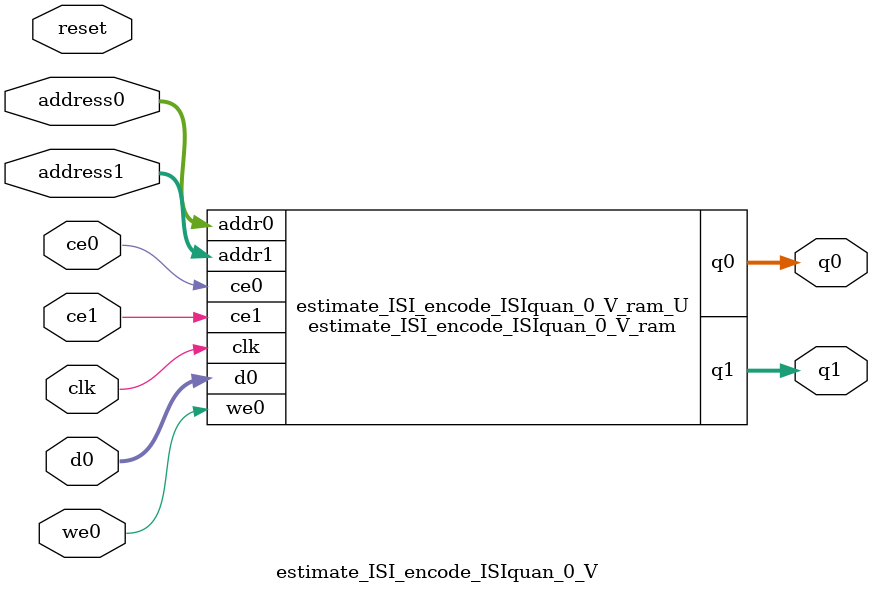
<source format=v>
`timescale 1 ns / 1 ps
module estimate_ISI_encode_ISIquan_0_V_ram (addr0, ce0, d0, we0, q0, addr1, ce1, q1,  clk);

parameter DWIDTH = 4;
parameter AWIDTH = 3;
parameter MEM_SIZE = 8;

input[AWIDTH-1:0] addr0;
input ce0;
input[DWIDTH-1:0] d0;
input we0;
output reg[DWIDTH-1:0] q0;
input[AWIDTH-1:0] addr1;
input ce1;
output reg[DWIDTH-1:0] q1;
input clk;

(* ram_style = "distributed" *)reg [DWIDTH-1:0] ram[0:MEM_SIZE-1];




always @(posedge clk)  
begin 
    if (ce0) 
    begin
        if (we0) 
        begin 
            ram[addr0] <= d0; 
        end 
        q0 <= ram[addr0];
    end
end


always @(posedge clk)  
begin 
    if (ce1) 
    begin
        q1 <= ram[addr1];
    end
end


endmodule

`timescale 1 ns / 1 ps
module estimate_ISI_encode_ISIquan_0_V(
    reset,
    clk,
    address0,
    ce0,
    we0,
    d0,
    q0,
    address1,
    ce1,
    q1);

parameter DataWidth = 32'd4;
parameter AddressRange = 32'd8;
parameter AddressWidth = 32'd3;
input reset;
input clk;
input[AddressWidth - 1:0] address0;
input ce0;
input we0;
input[DataWidth - 1:0] d0;
output[DataWidth - 1:0] q0;
input[AddressWidth - 1:0] address1;
input ce1;
output[DataWidth - 1:0] q1;



estimate_ISI_encode_ISIquan_0_V_ram estimate_ISI_encode_ISIquan_0_V_ram_U(
    .clk( clk ),
    .addr0( address0 ),
    .ce0( ce0 ),
    .we0( we0 ),
    .d0( d0 ),
    .q0( q0 ),
    .addr1( address1 ),
    .ce1( ce1 ),
    .q1( q1 ));

endmodule


</source>
